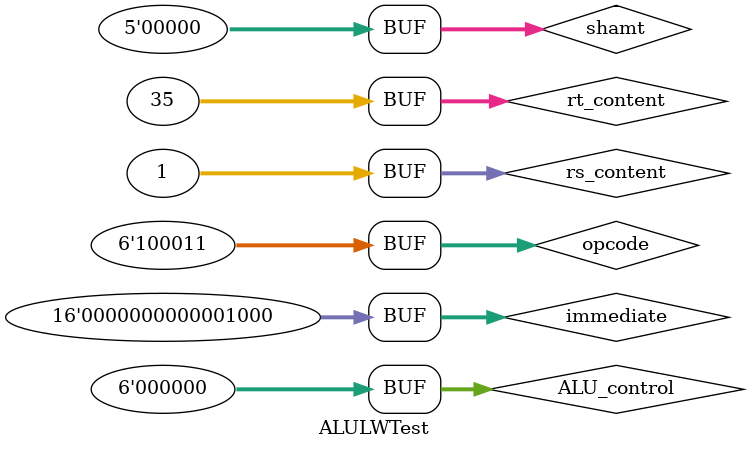
<source format=v>
`timescale 1ns / 1ps


module ALULWTest;

	// Inputs
	reg [5:0] opcode;
	reg [31:0] rs_content;
	reg [31:0] rt_content;
	reg [4:0] shamt;
	reg [5:0] ALU_control;
	reg [15:0] immediate;

	// Outputs
	wire [31:0] ALU_result;
	wire sig_branch;

	// Instantiate the Unit Under Test (UUT)
	ALU uut (
		.ALU_result(ALU_result), 
		.sig_branch(sig_branch), 
		.opcode(opcode), 
		.rs_content(rs_content), 
		.rt_content(rt_content), 
		.shamt(shamt), 
		.ALU_control(ALU_control), 
		.immediate(immediate)
	);

	initial begin
		// Initialize Inputs
		opcode = 0;
		rs_content = 0;
		rt_content = 0;
		shamt = 0;
		ALU_control = 0;
		immediate = 0;

		// Wait 100 ns for global reset to finish
		#100;
		
		opcode = 6'b100011;
		rs_content = 15;
		rt_content = 12;
		immediate = 19;
		#100;
		
		opcode = 6'b100011;
		rs_content = 23;
		rt_content = 2;
		immediate = 14;
		#100;

		opcode = 6'b100011;
		rs_content = 1;
		rt_content = 35;
		immediate = 8;
		#100;
        
		// Add stimulus here

	end
      
endmodule


</source>
